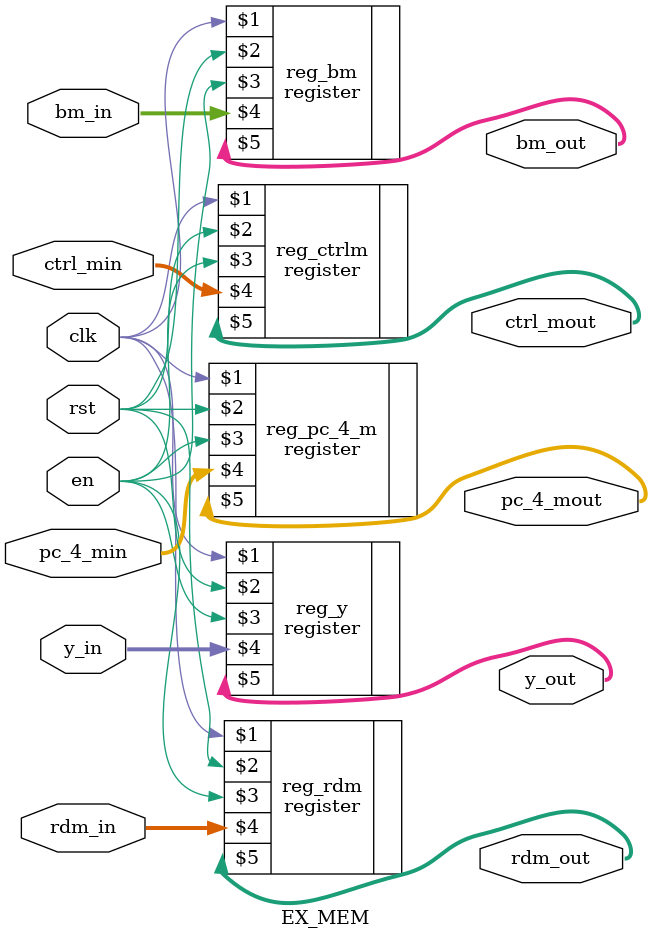
<source format=v>
`timescale 1ns / 1ps


module EX_MEM(
input clk,
input rst,
input en,
//pc
input [31:0] pc_4_min,
output [31:0] pc_4_mout,
//alu
input [31:0] y_in,
output [31:0] y_out,
//
input [31:0] bm_in,
output [31:0] bm_out,
//
input [4:0] rdm_in,
output [4:0] rdm_out,
//control
input [31:0] ctrl_min,
output [31:0] ctrl_mout
    );

register #(32) reg_pc_4_m(clk,rst,en,pc_4_min,pc_4_mout);
register #(32) reg_y(clk,rst,en,y_in,y_out);
register #(32) reg_bm(clk,rst,en,bm_in,bm_out);
register #(5) reg_rdm(clk,rst,en,rdm_in,rdm_out);
register #(32) reg_ctrlm(clk,rst,en,ctrl_min,ctrl_mout);


endmodule

</source>
